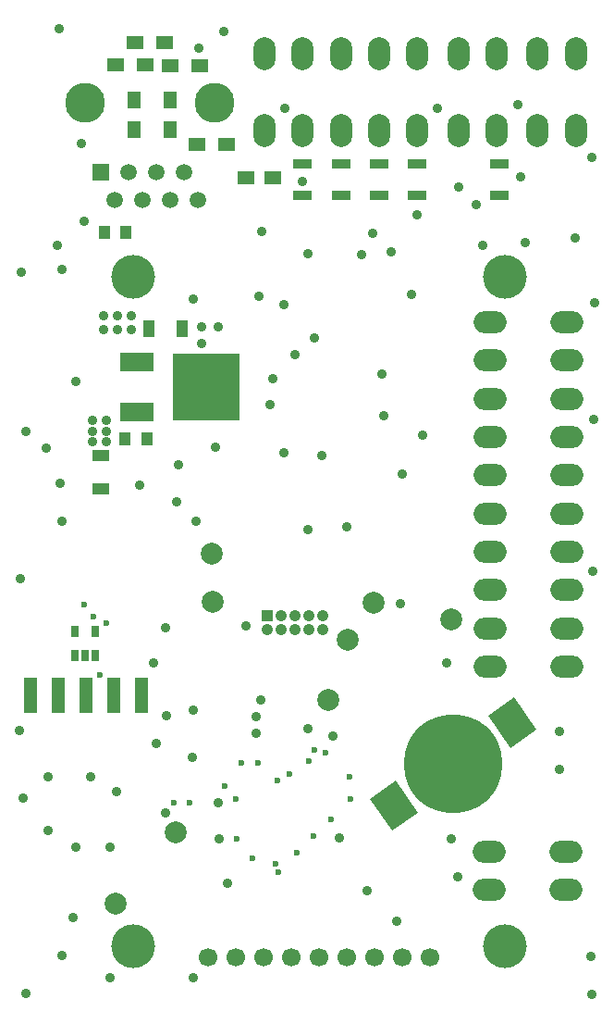
<source format=gts>
G04 #@! TF.FileFunction,Soldermask,Top*
%FSLAX46Y46*%
G04 Gerber Fmt 4.6, Leading zero omitted, Abs format (unit mm)*
G04 Created by KiCad (PCBNEW 4.0.2-4+6225~38~ubuntu14.04.1-stable) date Do 17 Mär 2016 15:21:09 CET*
%MOMM*%
G01*
G04 APERTURE LIST*
%ADD10C,0.150000*%
%ADD11C,1.700000*%
%ADD12C,4.000000*%
%ADD13C,3.649980*%
%ADD14R,1.501140X1.501140*%
%ADD15C,1.501140*%
%ADD16R,1.500000X1.300000*%
%ADD17R,1.300000X1.500000*%
%ADD18R,1.000000X1.250000*%
%ADD19R,1.500000X1.250000*%
%ADD20R,1.700000X0.900000*%
%ADD21R,3.048000X1.651000*%
%ADD22R,6.096000X6.096000*%
%ADD23R,1.050000X1.050000*%
%ADD24C,1.050000*%
%ADD25O,2.000000X3.014980*%
%ADD26O,3.014980X2.000000*%
%ADD27R,1.000000X1.600000*%
%ADD28R,1.600000X1.000000*%
%ADD29R,0.650000X1.060000*%
%ADD30R,1.270000X3.270000*%
%ADD31C,9.000000*%
%ADD32C,2.000000*%
%ADD33C,0.889000*%
%ADD34C,0.600000*%
G04 APERTURE END LIST*
D10*
D11*
X39160000Y-87100000D03*
X36620000Y-87100000D03*
X34080000Y-87100000D03*
X31540000Y-87100000D03*
X29000000Y-87100000D03*
X26460000Y-87100000D03*
X23920000Y-87100000D03*
X21380000Y-87100000D03*
D12*
X46050000Y-86100000D03*
X11950000Y-86100000D03*
X46050000Y-24900000D03*
X11950000Y-24900000D03*
D11*
X18840000Y-87100000D03*
D13*
X19438520Y-9000000D03*
X7569100Y-9000000D03*
D14*
X9055000Y-15350000D03*
D15*
X10325000Y-17890000D03*
X11595000Y-15350000D03*
X12865000Y-17890000D03*
X14135000Y-15350000D03*
X15405000Y-17890000D03*
X16675000Y-15350000D03*
X17945000Y-17890000D03*
D16*
X13100000Y-5550000D03*
X10400000Y-5550000D03*
D17*
X12100000Y-11400000D03*
X12100000Y-8700000D03*
D16*
X20550000Y-12800000D03*
X17850000Y-12800000D03*
D17*
X15350000Y-11400000D03*
X15350000Y-8700000D03*
D16*
X14850000Y-3450000D03*
X12150000Y-3450000D03*
D18*
X11250000Y-39750000D03*
X13250000Y-39750000D03*
D19*
X22284000Y-15859000D03*
X24784000Y-15859000D03*
D16*
X18100000Y-5600000D03*
X15400000Y-5600000D03*
D20*
X27500000Y-14550000D03*
X27500000Y-17450000D03*
X31000000Y-14550000D03*
X31000000Y-17450000D03*
X34500000Y-14550000D03*
X34500000Y-17450000D03*
X38000000Y-14550000D03*
X38000000Y-17450000D03*
X45500000Y-14550000D03*
X45500000Y-17450000D03*
D21*
X12358000Y-32686500D03*
D22*
X18708000Y-34972500D03*
D21*
X12358000Y-37258500D03*
D23*
X24232500Y-55927500D03*
D24*
X25502500Y-55927500D03*
X26772500Y-55927500D03*
X28042500Y-55927500D03*
X29312500Y-55927500D03*
X25502500Y-57197500D03*
X26772500Y-57197500D03*
X28042500Y-57197500D03*
X29312500Y-57197500D03*
X24232500Y-57197500D03*
D25*
X38000000Y-4500000D03*
X34500000Y-4500000D03*
X31000000Y-4500000D03*
X27500000Y-4500000D03*
X24000000Y-4500000D03*
X38000000Y-11500000D03*
X34500000Y-11500000D03*
X31000000Y-11500000D03*
X24000000Y-11500000D03*
X27500000Y-11500000D03*
D26*
X51600000Y-80950000D03*
X51600000Y-77450000D03*
X44600000Y-77450000D03*
X44600000Y-80950000D03*
D25*
X45250000Y-4500000D03*
X41750000Y-4500000D03*
X41750000Y-11500000D03*
X45250000Y-11500000D03*
X52500000Y-4500000D03*
X49000000Y-4500000D03*
X49000000Y-11500000D03*
X52500000Y-11500000D03*
D26*
X44700000Y-60550000D03*
X51700000Y-60550000D03*
X51700000Y-57050000D03*
X44700000Y-57050000D03*
X51700000Y-29050000D03*
X44700000Y-29050000D03*
X51700000Y-53550000D03*
X44700000Y-53550000D03*
X51700000Y-50050000D03*
X44700000Y-50050000D03*
X51700000Y-46550000D03*
X51700000Y-43050000D03*
X51700000Y-39550000D03*
X51700000Y-36050000D03*
X51700000Y-32550000D03*
X44700000Y-46550000D03*
X44700000Y-43050000D03*
X44700000Y-39550000D03*
X44700000Y-32550000D03*
X44700000Y-36050000D03*
D18*
X11326000Y-20812000D03*
X9326000Y-20812000D03*
D27*
X16461500Y-29638500D03*
X13461500Y-29638500D03*
D28*
X9000000Y-44250000D03*
X9000000Y-41250000D03*
D29*
X6646500Y-59520000D03*
X7596500Y-59520000D03*
X8546500Y-59520000D03*
X8546500Y-57320000D03*
X6646500Y-57320000D03*
D30*
X2620000Y-63200000D03*
X5160000Y-63200000D03*
X7700000Y-63200000D03*
X10240000Y-63200000D03*
X12780000Y-63200000D03*
D10*
G36*
X35713264Y-75560764D02*
X33648389Y-72611816D01*
X36023930Y-70948444D01*
X38088805Y-73897392D01*
X35713264Y-75560764D01*
X35713264Y-75560764D01*
G37*
D31*
X41275000Y-69469000D03*
D10*
G36*
X46526070Y-67989556D02*
X44461195Y-65040608D01*
X46836736Y-63377236D01*
X48901611Y-66326184D01*
X46526070Y-67989556D01*
X46526070Y-67989556D01*
G37*
D32*
X31662000Y-58086500D03*
X29820500Y-63611000D03*
X41100000Y-56200000D03*
X34036000Y-54686200D03*
X19241400Y-54594000D03*
X19165200Y-50174400D03*
D33*
X8250000Y-38000000D03*
X8250000Y-39000000D03*
X8250000Y-40000000D03*
X9500000Y-39000000D03*
X9500000Y-40000000D03*
X9500000Y-38000000D03*
D32*
X10376800Y-82229200D03*
X15914000Y-75676000D03*
D33*
X23216500Y-65135000D03*
X23216500Y-66659000D03*
D34*
X20387843Y-71450343D03*
X21375000Y-72628000D03*
X21502000Y-76311000D03*
X22899000Y-78089000D03*
X26963000Y-77581000D03*
X25312000Y-79359000D03*
X28487000Y-76057000D03*
X30138000Y-74533000D03*
X31916000Y-72628000D03*
X31789000Y-70596000D03*
X29630000Y-68437000D03*
X28614000Y-68183000D03*
X26328000Y-70342000D03*
X25185000Y-70977000D03*
X23407000Y-69326000D03*
X21883000Y-69326000D03*
X25058000Y-78597000D03*
X28106000Y-69199000D03*
D33*
X36107000Y-83804000D03*
X33426400Y-81026000D03*
X27500000Y-16200000D03*
X38000000Y-19250000D03*
X25857200Y-9499600D03*
X54203600Y-27305000D03*
X54127400Y-37922200D03*
X54025800Y-51816000D03*
X5500000Y-24250000D03*
X1778000Y-24434800D03*
X1574800Y-66421000D03*
X1625600Y-52476400D03*
X43357800Y-18262600D03*
X47244000Y-9144000D03*
X54000000Y-14000000D03*
X47421800Y-15773400D03*
X39827200Y-9499600D03*
X41783000Y-16662400D03*
X36474400Y-54762400D03*
X36626800Y-42951400D03*
X41706800Y-79781400D03*
X41084500Y-76263500D03*
X9906000Y-89001600D03*
X53949600Y-90551000D03*
X53873400Y-87045800D03*
X9900000Y-77050000D03*
X10500000Y-72000000D03*
X4200000Y-70600000D03*
X4231000Y-75488800D03*
X1950000Y-72600000D03*
X6700000Y-34500000D03*
X2200000Y-39000000D03*
X37500000Y-26500000D03*
X47854500Y-21764500D03*
X44000000Y-22000000D03*
X51000000Y-66500000D03*
X2159000Y-90424000D03*
X6731000Y-77089000D03*
X17500000Y-64500000D03*
X17500000Y-89000000D03*
X6500000Y-83500000D03*
X5500000Y-87000000D03*
X5422900Y-47231300D03*
X4053200Y-40563800D03*
X5323200Y-43815000D03*
X14961500Y-57007000D03*
X17438000Y-68818000D03*
X15000000Y-65000000D03*
X30849200Y-76184000D03*
X20638400Y-80375000D03*
X14923400Y-73948800D03*
X34750000Y-33750000D03*
X29250000Y-41250000D03*
X28000000Y-66250000D03*
X28000000Y-22750000D03*
X23750000Y-20750000D03*
X19500000Y-40500000D03*
X18250000Y-31000000D03*
X19750000Y-29500000D03*
X18250000Y-29500000D03*
X12548500Y-43989500D03*
X16104500Y-42084500D03*
X22327500Y-56816500D03*
X33948000Y-20939000D03*
X35599000Y-22590000D03*
X24750000Y-34250000D03*
X25750000Y-41000000D03*
X16000000Y-45500000D03*
X17750000Y-47250000D03*
X31500000Y-47750000D03*
X28000000Y-48000000D03*
X40679000Y-60182000D03*
X23661000Y-63611000D03*
X30265000Y-66913000D03*
X19851000Y-76311000D03*
X19748500Y-73025000D03*
X52426500Y-21383500D03*
X34964000Y-37576000D03*
X38520000Y-39354000D03*
X24550000Y-36560000D03*
X28614000Y-30464000D03*
X26836000Y-31988000D03*
X32932000Y-22844000D03*
X13882000Y-60182000D03*
X8100000Y-70600000D03*
X23534000Y-26654000D03*
X25820000Y-27416000D03*
X14136000Y-67548000D03*
D34*
X17133200Y-72983600D03*
X15710800Y-72983600D03*
D33*
X11850000Y-29702000D03*
X11850000Y-28432000D03*
X10580000Y-29702000D03*
X9310000Y-28432000D03*
X9310000Y-29702000D03*
X10580000Y-28432000D03*
X7532000Y-19796000D03*
X5000000Y-22000000D03*
X7250000Y-12750000D03*
X5250000Y-2250000D03*
X20250000Y-2500000D03*
X18000000Y-4000000D03*
X17500000Y-26900000D03*
D34*
X9501500Y-56578500D03*
X8358500Y-55943500D03*
D33*
X50990500Y-69913500D03*
D34*
X8955400Y-61341000D03*
X7533000Y-54864000D03*
M02*

</source>
